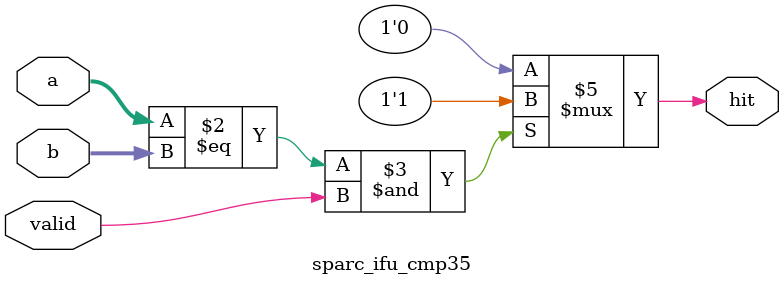
<source format=v>
/*
//  Module Name: sparc_ifu_cmp37
//  Description:	
//  37 bit comparator for MIL hit detection
*/
////////////////////////////////////////////////////////////////////////

module sparc_ifu_cmp35(/*AUTOARG*/
   // Outputs
   hit, 
   // Inputs
   a, b, valid
   );

   input [34:0] a, b;
   input 	valid;
   
   output 	hit;

   reg 		hit;
   wire 	valid;
   wire [34:0] 	a, b;

   always @ (a or b or valid)
     begin
	if ((a==b) & valid)
	  hit = 1'b1;
	else
	  hit = 1'b0;
     end // always @ (a or b or valid)

endmodule // sparc_ifu_cmp35


</source>
